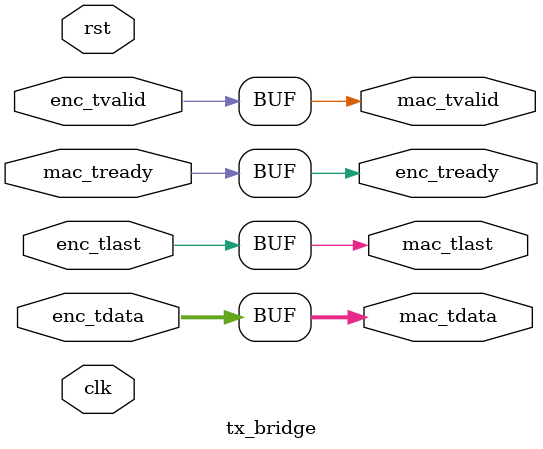
<source format=v>
`timescale 1ns / 1ps

module tx_bridge (
    input wire clk,
    input wire rst,
    
    // Input from Encoder
    input wire [63:0] enc_tdata,
    input wire enc_tvalid,
    input wire enc_tlast,
    output wire enc_tready,
    
    // Output to Network MAC
    output wire [63:0] mac_tdata,
    output wire mac_tvalid,
    output wire mac_tlast,
    input wire mac_tready
);

    // Simple pass-through bridge for protoyping
    // In a production system, this would handle CDC (Clock Domain Crossing)
    // or rate-limiting.
    
    assign mac_tdata  = enc_tdata;
    assign mac_tvalid = enc_tvalid;
    assign mac_tlast  = enc_tlast;
    assign enc_tready = mac_tready;

endmodule

</source>
